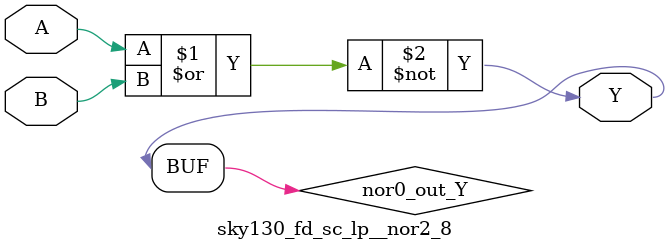
<source format=v>
/*
 * Copyright 2020 The SkyWater PDK Authors
 *
 * Licensed under the Apache License, Version 2.0 (the "License");
 * you may not use this file except in compliance with the License.
 * You may obtain a copy of the License at
 *
 *     https://www.apache.org/licenses/LICENSE-2.0
 *
 * Unless required by applicable law or agreed to in writing, software
 * distributed under the License is distributed on an "AS IS" BASIS,
 * WITHOUT WARRANTIES OR CONDITIONS OF ANY KIND, either express or implied.
 * See the License for the specific language governing permissions and
 * limitations under the License.
 *
 * SPDX-License-Identifier: Apache-2.0
*/


`ifndef SKY130_FD_SC_LP__NOR2_8_FUNCTIONAL_V
`define SKY130_FD_SC_LP__NOR2_8_FUNCTIONAL_V

/**
 * nor2: 2-input NOR.
 *
 * Verilog simulation functional model.
 */

`timescale 1ns / 1ps
`default_nettype none

`celldefine
module sky130_fd_sc_lp__nor2_8 (
    Y,
    A,
    B
);

    // Module ports
    output Y;
    input  A;
    input  B;

    // Local signals
    wire nor0_out_Y;

    //  Name  Output      Other arguments
    nor nor0 (nor0_out_Y, A, B           );
    buf buf0 (Y         , nor0_out_Y     );

endmodule
`endcelldefine

`default_nettype wire
`endif  // SKY130_FD_SC_LP__NOR2_8_FUNCTIONAL_V

</source>
